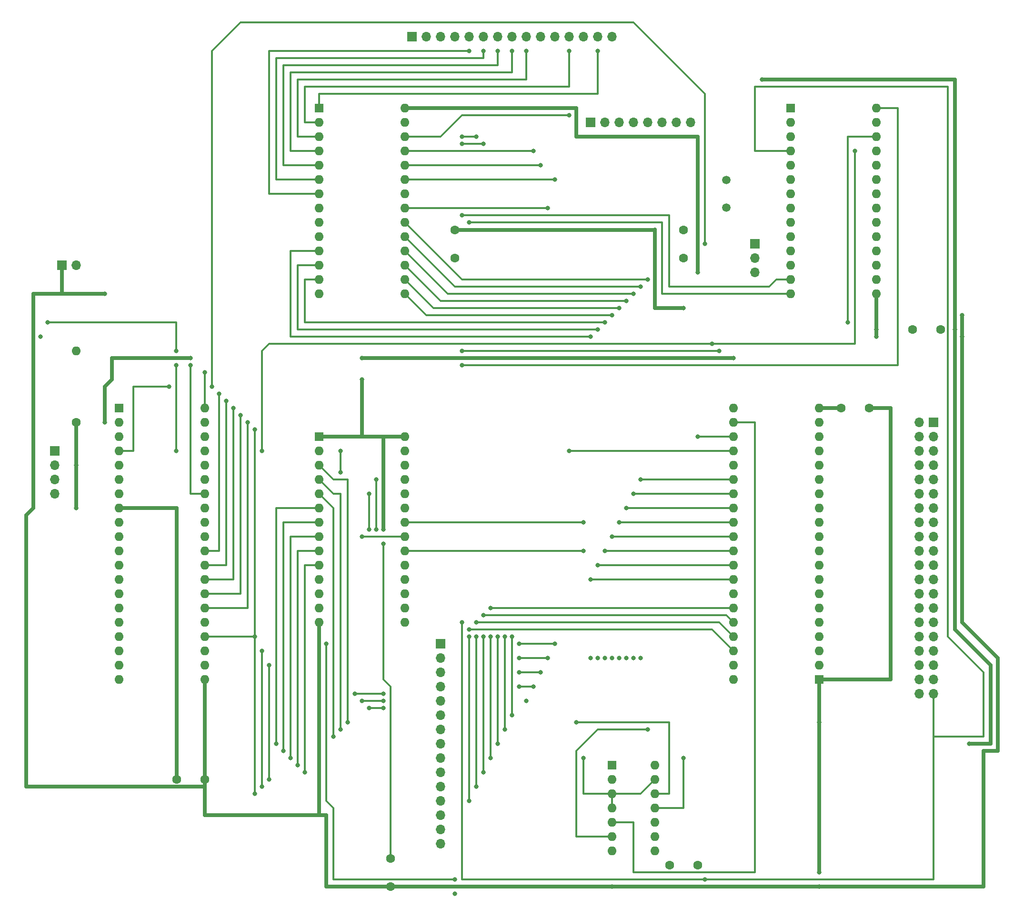
<source format=gbr>
%TF.GenerationSoftware,KiCad,Pcbnew,(6.0.9)*%
%TF.CreationDate,2022-12-08T08:54:28-05:00*%
%TF.ProjectId,6502_4,36353032-5f34-42e6-9b69-6361645f7063,rev?*%
%TF.SameCoordinates,Original*%
%TF.FileFunction,Copper,L2,Bot*%
%TF.FilePolarity,Positive*%
%FSLAX46Y46*%
G04 Gerber Fmt 4.6, Leading zero omitted, Abs format (unit mm)*
G04 Created by KiCad (PCBNEW (6.0.9)) date 2022-12-08 08:54:28*
%MOMM*%
%LPD*%
G01*
G04 APERTURE LIST*
%TA.AperFunction,ComponentPad*%
%ADD10R,1.700000X1.700000*%
%TD*%
%TA.AperFunction,ComponentPad*%
%ADD11O,1.700000X1.700000*%
%TD*%
%TA.AperFunction,ComponentPad*%
%ADD12C,1.600000*%
%TD*%
%TA.AperFunction,ComponentPad*%
%ADD13R,1.600000X1.600000*%
%TD*%
%TA.AperFunction,ComponentPad*%
%ADD14O,1.600000X1.600000*%
%TD*%
%TA.AperFunction,ComponentPad*%
%ADD15C,1.500000*%
%TD*%
%TA.AperFunction,ViaPad*%
%ADD16C,0.800000*%
%TD*%
%TA.AperFunction,Conductor*%
%ADD17C,0.300000*%
%TD*%
%TA.AperFunction,Conductor*%
%ADD18C,0.700000*%
%TD*%
%TA.AperFunction,Conductor*%
%ADD19C,0.200000*%
%TD*%
G04 APERTURE END LIST*
D10*
%TO.P,D DATA LINES,0*%
%TO.N,N/C*%
X116840000Y-30480000D03*
D11*
%TO.P,D DATA LINES,1*%
X119380000Y-30480000D03*
%TO.P,D DATA LINES,2*%
X121920000Y-30480000D03*
%TO.P,D DATA LINES,3*%
X124460000Y-30480000D03*
%TO.P,D DATA LINES,4*%
X127000000Y-30480000D03*
%TO.P,D DATA LINES,5*%
X129540000Y-30480000D03*
%TO.P,D DATA LINES,6*%
X132080000Y-30480000D03*
%TO.P,D DATA LINES,7*%
X134620000Y-30480000D03*
%TD*%
D12*
%TO.P,0.01uf,1*%
%TO.N,N/C*%
X166330000Y-81280000D03*
%TO.P,0.01uf,2*%
X161330000Y-81280000D03*
%TD*%
D13*
%TO.P,6551,1*%
%TO.N,N/C*%
X152395000Y-27950000D03*
D14*
%TO.P,6551,2*%
X152395000Y-30490000D03*
%TO.P,6551,3*%
X152395000Y-33030000D03*
%TO.P,6551,4*%
X152395000Y-35570000D03*
%TO.P,6551,5*%
X152395000Y-38110000D03*
%TO.P,6551,6*%
X152395000Y-40650000D03*
%TO.P,6551,7*%
X152395000Y-43190000D03*
%TO.P,6551,8*%
X152395000Y-45730000D03*
%TO.P,6551,9*%
X152395000Y-48270000D03*
%TO.P,6551,10*%
X152395000Y-50810000D03*
%TO.P,6551,11*%
X152395000Y-53350000D03*
%TO.P,6551,12*%
X152395000Y-55890000D03*
%TO.P,6551,13*%
X152395000Y-58430000D03*
%TO.P,6551,14*%
X152395000Y-60970000D03*
%TO.P,6551,15*%
X167635000Y-60970000D03*
%TO.P,6551,16*%
X167635000Y-58430000D03*
%TO.P,6551,17*%
X167635000Y-55890000D03*
%TO.P,6551,18*%
X167635000Y-53350000D03*
%TO.P,6551,19*%
X167635000Y-50810000D03*
%TO.P,6551,20*%
X167635000Y-48270000D03*
%TO.P,6551,21*%
X167635000Y-45730000D03*
%TO.P,6551,22*%
X167635000Y-43190000D03*
%TO.P,6551,23*%
X167635000Y-40650000D03*
%TO.P,6551,24*%
X167635000Y-38110000D03*
%TO.P,6551,25*%
X167635000Y-35570000D03*
%TO.P,6551,26*%
X167635000Y-33030000D03*
%TO.P,6551,27*%
X167635000Y-30490000D03*
%TO.P,6551,28*%
X167635000Y-27950000D03*
%TD*%
D10*
%TO.P,JP1,1*%
%TO.N,N/C*%
X146050000Y-52070000D03*
D11*
%TO.P,JP1,2*%
X146050000Y-54610000D03*
%TO.P,JP1,3*%
X146050000Y-57150000D03*
%TD*%
D13*
%TO.P,74HC132N,1*%
%TO.N,N/C*%
X120660000Y-144775000D03*
D14*
%TO.P,74HC132N,2*%
X120660000Y-147315000D03*
%TO.P,74HC132N,3*%
X120660000Y-149855000D03*
%TO.P,74HC132N,4*%
X120660000Y-152395000D03*
%TO.P,74HC132N,5*%
X120660000Y-154935000D03*
%TO.P,74HC132N,6*%
X120660000Y-157475000D03*
%TO.P,74HC132N,7*%
X120660000Y-160015000D03*
%TO.P,74HC132N,8*%
X128280000Y-160015000D03*
%TO.P,74HC132N,9*%
X128280000Y-157475000D03*
%TO.P,74HC132N,10*%
X128280000Y-154935000D03*
%TO.P,74HC132N,11*%
X128280000Y-152395000D03*
%TO.P,74HC132N,12*%
X128280000Y-149855000D03*
%TO.P,74HC132N,13*%
X128280000Y-147315000D03*
%TO.P,74HC132N,14*%
X128280000Y-144775000D03*
%TD*%
D10*
%TO.P,POWER HEADER,1*%
%TO.N,N/C*%
X22860000Y-55880000D03*
D11*
%TO.P,POWER HEADER,2*%
X25400000Y-55880000D03*
%TD*%
D12*
%TO.P,0.01uf,1*%
%TO.N,N/C*%
X92710000Y-54570000D03*
%TO.P,0.01uf,2*%
X92710000Y-49570000D03*
%TD*%
D10*
%TO.P,JW1,1*%
%TO.N,N/C*%
X21590000Y-88900000D03*
D11*
%TO.P,JW1,2*%
X21590000Y-91440000D03*
%TO.P,JW1,3*%
X21590000Y-93980000D03*
%TO.P,JW1,4*%
X21590000Y-96520000D03*
%TD*%
D12*
%TO.P,0.01uf,1*%
%TO.N,N/C*%
X179030000Y-67310000D03*
%TO.P,0.01uf,2*%
X174030000Y-67310000D03*
%TD*%
D13*
%TO.P,AM27c256,1*%
%TO.N,N/C*%
X68575000Y-86370000D03*
D14*
%TO.P,AM27c256,2*%
X68575000Y-88910000D03*
%TO.P,AM27c256,3*%
X68575000Y-91450000D03*
%TO.P,AM27c256,4*%
X68575000Y-93990000D03*
%TO.P,AM27c256,5*%
X68575000Y-96530000D03*
%TO.P,AM27c256,6*%
X68575000Y-99070000D03*
%TO.P,AM27c256,7*%
X68575000Y-101610000D03*
%TO.P,AM27c256,8*%
X68575000Y-104150000D03*
%TO.P,AM27c256,9*%
X68575000Y-106690000D03*
%TO.P,AM27c256,10*%
X68575000Y-109230000D03*
%TO.P,AM27c256,11*%
X68575000Y-111770000D03*
%TO.P,AM27c256,12*%
X68575000Y-114310000D03*
%TO.P,AM27c256,13*%
X68575000Y-116850000D03*
%TO.P,AM27c256,14*%
X68575000Y-119390000D03*
%TO.P,AM27c256,15*%
X83815000Y-119390000D03*
%TO.P,AM27c256,16*%
X83815000Y-116850000D03*
%TO.P,AM27c256,17*%
X83815000Y-114310000D03*
%TO.P,AM27c256,18*%
X83815000Y-111770000D03*
%TO.P,AM27c256,19*%
X83815000Y-109230000D03*
%TO.P,AM27c256,20*%
X83815000Y-106690000D03*
%TO.P,AM27c256,21*%
X83815000Y-104150000D03*
%TO.P,AM27c256,22*%
X83815000Y-101610000D03*
%TO.P,AM27c256,23*%
X83815000Y-99070000D03*
%TO.P,AM27c256,24*%
X83815000Y-96530000D03*
%TO.P,AM27c256,25*%
X83815000Y-93990000D03*
%TO.P,AM27c256,26*%
X83815000Y-91450000D03*
%TO.P,AM27c256,27*%
X83815000Y-88910000D03*
%TO.P,AM27c256,28*%
X83815000Y-86370000D03*
%TD*%
D12*
%TO.P,27pf,1*%
%TO.N,N/C*%
X133350000Y-54610000D03*
%TO.P,27pf,2*%
X133350000Y-49610000D03*
%TD*%
%TO.P,R1,1*%
%TO.N,N/C*%
X25400000Y-83820000D03*
D14*
%TO.P,R1,2*%
X25400000Y-71120000D03*
%TD*%
D12*
%TO.P,0.01uf,1*%
%TO.N,N/C*%
X135850000Y-162560000D03*
%TO.P,0.01uf,2*%
X130850000Y-162560000D03*
%TD*%
D13*
%TO.P,KM62256CLP,1*%
%TO.N,N/C*%
X68580000Y-27940000D03*
D14*
%TO.P,KM62256CLP,2*%
X68580000Y-30480000D03*
%TO.P,KM62256CLP,3*%
X68580000Y-33020000D03*
%TO.P,KM62256CLP,4*%
X68580000Y-35560000D03*
%TO.P,KM62256CLP,5*%
X68580000Y-38100000D03*
%TO.P,KM62256CLP,6*%
X68580000Y-40640000D03*
%TO.P,KM62256CLP,7*%
X68580000Y-43180000D03*
%TO.P,KM62256CLP,8*%
X68580000Y-45720000D03*
%TO.P,KM62256CLP,9*%
X68580000Y-48260000D03*
%TO.P,KM62256CLP,10*%
X68580000Y-50800000D03*
%TO.P,KM62256CLP,11*%
X68580000Y-53340000D03*
%TO.P,KM62256CLP,12*%
X68580000Y-55880000D03*
%TO.P,KM62256CLP,13*%
X68580000Y-58420000D03*
%TO.P,KM62256CLP,14*%
X68580000Y-60960000D03*
%TO.P,KM62256CLP,15*%
X83820000Y-60960000D03*
%TO.P,KM62256CLP,16*%
X83820000Y-58420000D03*
%TO.P,KM62256CLP,17*%
X83820000Y-55880000D03*
%TO.P,KM62256CLP,18*%
X83820000Y-53340000D03*
%TO.P,KM62256CLP,19*%
X83820000Y-50800000D03*
%TO.P,KM62256CLP,20*%
X83820000Y-48260000D03*
%TO.P,KM62256CLP,21*%
X83820000Y-45720000D03*
%TO.P,KM62256CLP,22*%
X83820000Y-43180000D03*
%TO.P,KM62256CLP,23*%
X83820000Y-40640000D03*
%TO.P,KM62256CLP,24*%
X83820000Y-38100000D03*
%TO.P,KM62256CLP,25*%
X83820000Y-35560000D03*
%TO.P,KM62256CLP,26*%
X83820000Y-33020000D03*
%TO.P,KM62256CLP,27*%
X83820000Y-30480000D03*
%TO.P,KM62256CLP,28*%
X83820000Y-27940000D03*
%TD*%
D13*
%TO.P,W65C02,1*%
%TO.N,N/C*%
X33020000Y-81275000D03*
D14*
%TO.P,W65C02,2*%
X33020000Y-83815000D03*
%TO.P,W65C02,3*%
X33020000Y-86355000D03*
%TO.P,W65C02,4*%
X33020000Y-88895000D03*
%TO.P,W65C02,5*%
X33020000Y-91435000D03*
%TO.P,W65C02,6*%
X33020000Y-93975000D03*
%TO.P,W65C02,7*%
X33020000Y-96515000D03*
%TO.P,W65C02,8*%
X33020000Y-99055000D03*
%TO.P,W65C02,9*%
X33020000Y-101595000D03*
%TO.P,W65C02,10*%
X33020000Y-104135000D03*
%TO.P,W65C02,11*%
X33020000Y-106675000D03*
%TO.P,W65C02,12*%
X33020000Y-109215000D03*
%TO.P,W65C02,13*%
X33020000Y-111755000D03*
%TO.P,W65C02,14*%
X33020000Y-114295000D03*
%TO.P,W65C02,15*%
X33020000Y-116835000D03*
%TO.P,W65C02,16*%
X33020000Y-119375000D03*
%TO.P,W65C02,17*%
X33020000Y-121915000D03*
%TO.P,W65C02,18*%
X33020000Y-124455000D03*
%TO.P,W65C02,19*%
X33020000Y-126995000D03*
%TO.P,W65C02,20*%
X33020000Y-129535000D03*
%TO.P,W65C02,21*%
X48260000Y-129535000D03*
%TO.P,W65C02,22*%
X48260000Y-126995000D03*
%TO.P,W65C02,23*%
X48260000Y-124455000D03*
%TO.P,W65C02,24*%
X48260000Y-121915000D03*
%TO.P,W65C02,25*%
X48260000Y-119375000D03*
%TO.P,W65C02,26*%
X48260000Y-116835000D03*
%TO.P,W65C02,27*%
X48260000Y-114295000D03*
%TO.P,W65C02,28*%
X48260000Y-111755000D03*
%TO.P,W65C02,29*%
X48260000Y-109215000D03*
%TO.P,W65C02,30*%
X48260000Y-106675000D03*
%TO.P,W65C02,31*%
X48260000Y-104135000D03*
%TO.P,W65C02,32*%
X48260000Y-101595000D03*
%TO.P,W65C02,33*%
X48260000Y-99055000D03*
%TO.P,W65C02,34*%
X48260000Y-96515000D03*
%TO.P,W65C02,35*%
X48260000Y-93975000D03*
%TO.P,W65C02,36*%
X48260000Y-91435000D03*
%TO.P,W65C02,37*%
X48260000Y-88895000D03*
%TO.P,W65C02,38*%
X48260000Y-86355000D03*
%TO.P,W65C02,39*%
X48260000Y-83815000D03*
%TO.P,W65C02,40*%
X48260000Y-81275000D03*
%TD*%
D10*
%TO.P,40 PIN,1*%
%TO.N,N/C*%
X177800000Y-83820000D03*
D11*
%TO.P,40 PIN,2*%
X175260000Y-83820000D03*
%TO.P,40 PIN,3*%
X177800000Y-86360000D03*
%TO.P,40 PIN,4*%
X175260000Y-86360000D03*
%TO.P,40 PIN,5*%
X177800000Y-88900000D03*
%TO.P,40 PIN,6*%
X175260000Y-88900000D03*
%TO.P,40 PIN,7*%
X177800000Y-91440000D03*
%TO.P,40 PIN,8*%
X175260000Y-91440000D03*
%TO.P,40 PIN,9*%
X177800000Y-93980000D03*
%TO.P,40 PIN,10*%
X175260000Y-93980000D03*
%TO.P,40 PIN,11*%
X177800000Y-96520000D03*
%TO.P,40 PIN,12*%
X175260000Y-96520000D03*
%TO.P,40 PIN,13*%
X177800000Y-99060000D03*
%TO.P,40 PIN,14*%
X175260000Y-99060000D03*
%TO.P,40 PIN,15*%
X177800000Y-101600000D03*
%TO.P,40 PIN,16*%
X175260000Y-101600000D03*
%TO.P,40 PIN,17*%
X177800000Y-104140000D03*
%TO.P,40 PIN,18*%
X175260000Y-104140000D03*
%TO.P,40 PIN,19*%
X177800000Y-106680000D03*
%TO.P,40 PIN,20*%
X175260000Y-106680000D03*
%TO.P,40 PIN,21*%
X177800000Y-109220000D03*
%TO.P,40 PIN,22*%
X175260000Y-109220000D03*
%TO.P,40 PIN,23*%
X177800000Y-111760000D03*
%TO.P,40 PIN,24*%
X175260000Y-111760000D03*
%TO.P,40 PIN,25*%
X177800000Y-114300000D03*
%TO.P,40 PIN,26*%
X175260000Y-114300000D03*
%TO.P,40 PIN,27*%
X177800000Y-116840000D03*
%TO.P,40 PIN,28*%
X175260000Y-116840000D03*
%TO.P,40 PIN,29*%
X177800000Y-119380000D03*
%TO.P,40 PIN,30*%
X175260000Y-119380000D03*
%TO.P,40 PIN,31*%
X177800000Y-121920000D03*
%TO.P,40 PIN,32*%
X175260000Y-121920000D03*
%TO.P,40 PIN,33*%
X177800000Y-124460000D03*
%TO.P,40 PIN,34*%
X175260000Y-124460000D03*
%TO.P,40 PIN,35*%
X177800000Y-127000000D03*
%TO.P,40 PIN,36*%
X175260000Y-127000000D03*
%TO.P,40 PIN,37*%
X177800000Y-129540000D03*
%TO.P,40 PIN,38*%
X175260000Y-129540000D03*
%TO.P,40 PIN,39*%
X177800000Y-132080000D03*
%TO.P,40 PIN,40*%
X175260000Y-132080000D03*
%TD*%
D13*
%TO.P,W65C02,1*%
%TO.N,N/C*%
X157485000Y-129535000D03*
D14*
%TO.P,W65C02,2*%
X157485000Y-126995000D03*
%TO.P,W65C02,3*%
X157485000Y-124455000D03*
%TO.P,W65C02,4*%
X157485000Y-121915000D03*
%TO.P,W65C02,5*%
X157485000Y-119375000D03*
%TO.P,W65C02,6*%
X157485000Y-116835000D03*
%TO.P,W65C02,7*%
X157485000Y-114295000D03*
%TO.P,W65C02,8*%
X157485000Y-111755000D03*
%TO.P,W65C02,9*%
X157485000Y-109215000D03*
%TO.P,W65C02,10*%
X157485000Y-106675000D03*
%TO.P,W65C02,11*%
X157485000Y-104135000D03*
%TO.P,W65C02,12*%
X157485000Y-101595000D03*
%TO.P,W65C02,13*%
X157485000Y-99055000D03*
%TO.P,W65C02,14*%
X157485000Y-96515000D03*
%TO.P,W65C02,15*%
X157485000Y-93975000D03*
%TO.P,W65C02,16*%
X157485000Y-91435000D03*
%TO.P,W65C02,17*%
X157485000Y-88895000D03*
%TO.P,W65C02,18*%
X157485000Y-86355000D03*
%TO.P,W65C02,19*%
X157485000Y-83815000D03*
%TO.P,W65C02,20*%
X157485000Y-81275000D03*
%TO.P,W65C02,21*%
X142245000Y-81275000D03*
%TO.P,W65C02,22*%
X142245000Y-83815000D03*
%TO.P,W65C02,23*%
X142245000Y-86355000D03*
%TO.P,W65C02,24*%
X142245000Y-88895000D03*
%TO.P,W65C02,25*%
X142245000Y-91435000D03*
%TO.P,W65C02,26*%
X142245000Y-93975000D03*
%TO.P,W65C02,27*%
X142245000Y-96515000D03*
%TO.P,W65C02,28*%
X142245000Y-99055000D03*
%TO.P,W65C02,29*%
X142245000Y-101595000D03*
%TO.P,W65C02,30*%
X142245000Y-104135000D03*
%TO.P,W65C02,31*%
X142245000Y-106675000D03*
%TO.P,W65C02,32*%
X142245000Y-109215000D03*
%TO.P,W65C02,33*%
X142245000Y-111755000D03*
%TO.P,W65C02,34*%
X142245000Y-114295000D03*
%TO.P,W65C02,35*%
X142245000Y-116835000D03*
%TO.P,W65C02,36*%
X142245000Y-119375000D03*
%TO.P,W65C02,37*%
X142245000Y-121915000D03*
%TO.P,W65C02,38*%
X142245000Y-124455000D03*
%TO.P,W65C02,39*%
X142245000Y-126995000D03*
%TO.P,W65C02,40*%
X142245000Y-129535000D03*
%TD*%
D12*
%TO.P,0.01uf,1*%
%TO.N,N/C*%
X81280000Y-166330000D03*
%TO.P,0.01uf,2*%
X81280000Y-161330000D03*
%TD*%
D11*
%TO.P,A DATA UNSORTED LINES,0*%
%TO.N,N/C*%
X90170000Y-151130000D03*
%TO.P,A DATA UNSORTED LINES,1*%
X90170000Y-148590000D03*
%TO.P,A DATA UNSORTED LINES,2*%
X90170000Y-146050000D03*
%TO.P,A DATA UNSORTED LINES,3*%
X90170000Y-143510000D03*
%TO.P,A DATA UNSORTED LINES,4*%
X90170000Y-140970000D03*
%TO.P,A DATA UNSORTED LINES,5*%
X90170000Y-138430000D03*
%TO.P,A DATA UNSORTED LINES,6*%
X90170000Y-135890000D03*
%TO.P,A DATA UNSORTED LINES,7*%
X90170000Y-133350000D03*
%TO.P,A DATA UNSORTED LINES,8*%
X90170000Y-130810000D03*
%TO.P,A DATA UNSORTED LINES,9*%
X90170000Y-128270000D03*
%TO.P,A DATA UNSORTED LINES,10*%
X90170000Y-125730000D03*
D10*
%TO.P,A DATA UNSORTED LINES,11*%
X90170000Y-123190000D03*
D11*
%TO.P,A DATA UNSORTED LINES,12*%
X90170000Y-153670000D03*
%TO.P,A DATA UNSORTED LINES,13*%
X90170000Y-156210000D03*
%TO.P,A DATA UNSORTED LINES,14*%
X90170000Y-158750000D03*
%TD*%
D15*
%TO.P,1.8432M,1*%
%TO.N,N/C*%
X140970000Y-45630000D03*
%TO.P,1.8432M,2*%
X140970000Y-40730000D03*
%TD*%
D12*
%TO.P,0.01uf,1*%
%TO.N,N/C*%
X48220000Y-147320000D03*
%TO.P,0.01uf,2*%
X43220000Y-147320000D03*
%TD*%
D10*
%TO.P,A DATA LINES,0*%
%TO.N,N/C*%
X85095000Y-15240000D03*
D11*
%TO.P,A DATA LINES,1*%
X87635000Y-15240000D03*
%TO.P,A DATA LINES,2*%
X90175000Y-15240000D03*
%TO.P,A DATA LINES,3*%
X92715000Y-15240000D03*
%TO.P,A DATA LINES,4*%
X95255000Y-15240000D03*
%TO.P,A DATA LINES,5*%
X97795000Y-15240000D03*
%TO.P,A DATA LINES,6*%
X100335000Y-15240000D03*
%TO.P,A DATA LINES,7*%
X102875000Y-15240000D03*
%TO.P,A DATA LINES,8*%
X105415000Y-15240000D03*
%TO.P,A DATA LINES,9*%
X107955000Y-15240000D03*
%TO.P,A DATA LINES,10*%
X110495000Y-15240000D03*
%TO.P,A DATA LINES,11*%
X113035000Y-15240000D03*
%TO.P,A DATA LINES,12*%
X115575000Y-15240000D03*
%TO.P,A DATA LINES,13*%
X118115000Y-15240000D03*
%TO.P,A DATA LINES,14*%
X120655000Y-15240000D03*
%TD*%
D16*
%TO.N,*%
X93980000Y-119380000D03*
X120650000Y-125730000D03*
X52070000Y-80010000D03*
X20320000Y-66040000D03*
X77460000Y-96530000D03*
X125730000Y-125730000D03*
X106680000Y-130810000D03*
X137160000Y-165100000D03*
X43180000Y-71120000D03*
X97790000Y-146050000D03*
X101600000Y-138430000D03*
X119380000Y-106680000D03*
X54610000Y-82550000D03*
X120650000Y-104140000D03*
X138430000Y-69850000D03*
X127000000Y-58420000D03*
X104140000Y-125730000D03*
X118112500Y-17782500D03*
X30480000Y-83820000D03*
X25400000Y-91440000D03*
X100330000Y-121920000D03*
X99060000Y-143510000D03*
X102870000Y-121920000D03*
X80010000Y-134620000D03*
X116840000Y-111760000D03*
X102870000Y-17780000D03*
X115570000Y-106680000D03*
X76200000Y-104140000D03*
X133350000Y-143510000D03*
X69850000Y-123190000D03*
X41910000Y-77470000D03*
X62230000Y-142240000D03*
X97790000Y-121920000D03*
X106680000Y-35560000D03*
X113032500Y-17782500D03*
X80010000Y-132080000D03*
X105410000Y-17780000D03*
X97792500Y-17777500D03*
X119380000Y-125730000D03*
X53340000Y-81280000D03*
X97790000Y-34290000D03*
X182880000Y-68580000D03*
X93980000Y-73660000D03*
X157480000Y-137160000D03*
X96520000Y-33020000D03*
X64770000Y-144780000D03*
X96520000Y-119380000D03*
X135890000Y-57150000D03*
X55880000Y-83820000D03*
X93980000Y-33020000D03*
X133350000Y-63500000D03*
X109220000Y-45720000D03*
X107950000Y-128270000D03*
X118110000Y-109220000D03*
X110490000Y-123190000D03*
X93980000Y-46990000D03*
X127000000Y-138430000D03*
X104140000Y-123190000D03*
X101600000Y-121920000D03*
X77470000Y-102870000D03*
X48260000Y-74930000D03*
X124460000Y-96520000D03*
X99060000Y-116840000D03*
X80010000Y-133350000D03*
X157480000Y-166370000D03*
X92710000Y-167640000D03*
X162560000Y-66040000D03*
X25400000Y-99060000D03*
X107955000Y-38100000D03*
X58420000Y-148590000D03*
X72390000Y-92710000D03*
X135890000Y-86360000D03*
X124460000Y-125730000D03*
X59695000Y-126995000D03*
X102870000Y-135890000D03*
X66040000Y-146050000D03*
X116840000Y-68580000D03*
X45720000Y-72390000D03*
X80010000Y-105410000D03*
X71120000Y-139700000D03*
X95252500Y-17777500D03*
X105410000Y-133350000D03*
X43180000Y-88900000D03*
X167640000Y-68580000D03*
X147320000Y-22860000D03*
X95250000Y-151130000D03*
X57150000Y-121920000D03*
X57150000Y-149860000D03*
X119380000Y-66040000D03*
X45720000Y-73660000D03*
X121920000Y-101600000D03*
X93980000Y-71120000D03*
X77470000Y-134620000D03*
X60960000Y-140970000D03*
X106680000Y-130810000D03*
X124460000Y-60960000D03*
X110490000Y-40640000D03*
X96520000Y-148590000D03*
X95250000Y-121920000D03*
X125730000Y-93980000D03*
X118110000Y-67310000D03*
X50800000Y-78740000D03*
X99060000Y-121920000D03*
X123190000Y-62230000D03*
X120650000Y-166370000D03*
X123190000Y-99060000D03*
X114300000Y-137160000D03*
X78740000Y-102870000D03*
X157480000Y-163830000D03*
X118110000Y-125730000D03*
X109220000Y-125730000D03*
X95250000Y-120650000D03*
X93980000Y-34290000D03*
X95250000Y-48260000D03*
X76200000Y-133350000D03*
X74930000Y-132080000D03*
X104140000Y-130810000D03*
X167640000Y-67310000D03*
X73660000Y-137160000D03*
X30480000Y-60960000D03*
X181610000Y-67310000D03*
X182880000Y-64770000D03*
X43180000Y-73660000D03*
X121920000Y-63500000D03*
X137160000Y-165100000D03*
X19050000Y-68580000D03*
X113030000Y-29210000D03*
X100332500Y-17777500D03*
X100330000Y-140970000D03*
X142240000Y-72390000D03*
X137160000Y-52070000D03*
X97790000Y-118110000D03*
X92710000Y-165100000D03*
X163830000Y-35560000D03*
X116840000Y-125730000D03*
X76200000Y-72390000D03*
X125730000Y-59690000D03*
X115570000Y-101600000D03*
X76200000Y-76200000D03*
X113030000Y-88900000D03*
X49530000Y-77470000D03*
X184150000Y-140970000D03*
X115570000Y-143510000D03*
X57150000Y-85090000D03*
X78730000Y-93990000D03*
X72390000Y-88900000D03*
X80010000Y-102870000D03*
X121920000Y-125730000D03*
X123190000Y-125730000D03*
X63500000Y-143510000D03*
X96520000Y-121920000D03*
X59695000Y-147315000D03*
X139700000Y-71120000D03*
X72390000Y-138430000D03*
X120650000Y-64770000D03*
X58425000Y-124455000D03*
X58420000Y-88900000D03*
X104140000Y-128270000D03*
%TD*%
D17*
%TO.N,*%
X80010000Y-129540000D02*
X81280000Y-130810000D01*
X162570000Y-33030000D02*
X162560000Y-33020000D01*
X120655000Y-104135000D02*
X120650000Y-104140000D01*
X142245000Y-93975000D02*
X125735000Y-93975000D01*
X115570000Y-149860000D02*
X115575000Y-149855000D01*
D18*
X161325000Y-81275000D02*
X161330000Y-81280000D01*
D17*
X146050000Y-154940000D02*
X146050000Y-83820000D01*
X95250000Y-120650000D02*
X138430000Y-120650000D01*
X83820000Y-50800000D02*
X92710000Y-59690000D01*
X104140000Y-130810000D02*
X106680000Y-130810000D01*
D18*
X80020000Y-86370000D02*
X83815000Y-86370000D01*
D17*
X110490000Y-123190000D02*
X104140000Y-123190000D01*
D18*
X184150000Y-140970000D02*
X187960000Y-140970000D01*
D17*
X109220000Y-125730000D02*
X104140000Y-125730000D01*
X100332500Y-17777500D02*
X100330000Y-17780000D01*
X64770000Y-33020000D02*
X68580000Y-33020000D01*
X68575000Y-91450000D02*
X71105000Y-93980000D01*
X97792500Y-17777500D02*
X97790000Y-17780000D01*
X66040000Y-24130000D02*
X66040000Y-30480000D01*
X64770000Y-22860000D02*
X64770000Y-33020000D01*
D18*
X189230000Y-125730000D02*
X182880000Y-119380000D01*
D17*
X64770000Y-55880000D02*
X64770000Y-67310000D01*
X93980000Y-71120000D02*
X139700000Y-71120000D01*
X177800000Y-139700000D02*
X186690000Y-139700000D01*
X68575000Y-96530000D02*
X71105000Y-99060000D01*
X78730000Y-93990000D02*
X78740000Y-94000000D01*
X130810000Y-46990000D02*
X93980000Y-46990000D01*
D18*
X80020000Y-102860000D02*
X80010000Y-102870000D01*
D17*
X167635000Y-33030000D02*
X162570000Y-33030000D01*
X125735000Y-149860000D02*
X125730000Y-149860000D01*
X45720000Y-96520000D02*
X45720000Y-73660000D01*
X63500000Y-53340000D02*
X63500000Y-68580000D01*
X149850000Y-58430000D02*
X148590000Y-59690000D01*
X177800000Y-139700000D02*
X177800000Y-165100000D01*
D18*
X69850000Y-153670000D02*
X69850000Y-160020000D01*
D17*
X64770000Y-106680000D02*
X64770000Y-144780000D01*
D18*
X22860000Y-60960000D02*
X22860000Y-55880000D01*
D17*
X107955000Y-38100000D02*
X83820000Y-38100000D01*
D18*
X76200000Y-86360000D02*
X76200000Y-76200000D01*
D17*
X140980000Y-120650000D02*
X142245000Y-121915000D01*
X114305000Y-157475000D02*
X120660000Y-157475000D01*
D18*
X17780000Y-60960000D02*
X17780000Y-99060000D01*
D17*
X71105000Y-93980000D02*
X73660000Y-93980000D01*
X148590000Y-59690000D02*
X130810000Y-59690000D01*
X115570000Y-143510000D02*
X115570000Y-149860000D01*
D18*
X25400000Y-83820000D02*
X25400000Y-99060000D01*
D17*
X66040000Y-58420000D02*
X66040000Y-66040000D01*
D18*
X187960000Y-127000000D02*
X181610000Y-120650000D01*
D17*
X48260000Y-81275000D02*
X48260000Y-74930000D01*
X142245000Y-104135000D02*
X120655000Y-104135000D01*
X54605000Y-114295000D02*
X54610000Y-114300000D01*
X180340000Y-24130000D02*
X146050000Y-24130000D01*
X113032500Y-17782500D02*
X113032500Y-24127500D01*
X119385000Y-106675000D02*
X119380000Y-106680000D01*
D18*
X43220000Y-99060000D02*
X43220000Y-147320000D01*
X16510000Y-148590000D02*
X48260000Y-148590000D01*
D17*
X115560000Y-101610000D02*
X115570000Y-101600000D01*
X35560000Y-88900000D02*
X35560000Y-77470000D01*
D18*
X128230000Y-49570000D02*
X128270000Y-49530000D01*
D17*
X92710000Y-59690000D02*
X125730000Y-59690000D01*
X78740000Y-94000000D02*
X78740000Y-102870000D01*
X66040000Y-109220000D02*
X66040000Y-146050000D01*
X142245000Y-111755000D02*
X116845000Y-111755000D01*
X95250000Y-17780000D02*
X59690000Y-17780000D01*
X118115000Y-109215000D02*
X118110000Y-109220000D01*
X57145000Y-121915000D02*
X57150000Y-121920000D01*
X116845000Y-111755000D02*
X116840000Y-111760000D01*
X96520000Y-33020000D02*
X93980000Y-33020000D01*
D18*
X157485000Y-129535000D02*
X157485000Y-163825000D01*
D17*
X58420000Y-148590000D02*
X58420000Y-124460000D01*
D18*
X186690000Y-166370000D02*
X186690000Y-142240000D01*
D17*
X140970000Y-120650000D02*
X140980000Y-120650000D01*
X102870000Y-135890000D02*
X102870000Y-121920000D01*
D18*
X157485000Y-163825000D02*
X157480000Y-163830000D01*
D17*
X152395000Y-60970000D02*
X129550000Y-60970000D01*
X146050000Y-35560000D02*
X146060000Y-35570000D01*
X48260000Y-114295000D02*
X54605000Y-114295000D01*
X130810000Y-59690000D02*
X130810000Y-46990000D01*
X115570000Y-106680000D02*
X115560000Y-106690000D01*
X102870000Y-17780000D02*
X102870000Y-21590000D01*
X142245000Y-88895000D02*
X113035000Y-88895000D01*
X105410000Y-22860000D02*
X64770000Y-22860000D01*
X93980000Y-58420000D02*
X127000000Y-58420000D01*
D18*
X17780000Y-99060000D02*
X16510000Y-100330000D01*
D17*
X133350000Y-152400000D02*
X133350000Y-143510000D01*
X68575000Y-104150000D02*
X63510000Y-104150000D01*
X57150000Y-121920000D02*
X57150000Y-149860000D01*
X129540000Y-60960000D02*
X129540000Y-48260000D01*
X97790000Y-146050000D02*
X97790000Y-121920000D01*
X125730000Y-149860000D02*
X125725000Y-149855000D01*
D18*
X48260000Y-129535000D02*
X48260000Y-153670000D01*
D17*
X146060000Y-35570000D02*
X152395000Y-35570000D01*
X146050000Y-154940000D02*
X146045000Y-154935000D01*
X114300000Y-157480000D02*
X114305000Y-157475000D01*
X177800000Y-165100000D02*
X138430000Y-165100000D01*
D18*
X128270000Y-49530000D02*
X128270000Y-63500000D01*
D17*
X128280000Y-147315000D02*
X125735000Y-149860000D01*
X66040000Y-66040000D02*
X119380000Y-66040000D01*
X71105000Y-99060000D02*
X71120000Y-99060000D01*
X142245000Y-86355000D02*
X135895000Y-86355000D01*
X118112500Y-17782500D02*
X118112500Y-25397500D01*
X48260000Y-96515000D02*
X45725000Y-96515000D01*
X142245000Y-99055000D02*
X123195000Y-99055000D01*
D18*
X30480000Y-60960000D02*
X22860000Y-60960000D01*
X16510000Y-100330000D02*
X16510000Y-148590000D01*
D17*
X83820000Y-33020000D02*
X90170000Y-33020000D01*
X59690000Y-69850000D02*
X138430000Y-69850000D01*
X68580000Y-25400000D02*
X68580000Y-27940000D01*
X59690000Y-43180000D02*
X68580000Y-43180000D01*
X71120000Y-99060000D02*
X71120000Y-139700000D01*
X72390000Y-88900000D02*
X72390000Y-92710000D01*
D18*
X30480000Y-77470000D02*
X31750000Y-76200000D01*
D17*
X130810000Y-149855000D02*
X128280000Y-149855000D01*
X83820000Y-60960000D02*
X87630000Y-64770000D01*
X35555000Y-88895000D02*
X35560000Y-88900000D01*
X99060000Y-143510000D02*
X99060000Y-121920000D01*
X90170000Y-33020000D02*
X93980000Y-29210000D01*
D18*
X114300000Y-33020000D02*
X135890000Y-33020000D01*
D17*
X180340000Y-121920000D02*
X180340000Y-24130000D01*
D18*
X69850000Y-166370000D02*
X81280000Y-166370000D01*
D17*
X63500000Y-35560000D02*
X68580000Y-35560000D01*
D19*
X76200000Y-104140000D02*
X76210000Y-104150000D01*
D17*
X68580000Y-55880000D02*
X64770000Y-55880000D01*
X69850000Y-151130000D02*
X71120000Y-152400000D01*
X125735000Y-93975000D02*
X125730000Y-93980000D01*
X163830000Y-69850000D02*
X163830000Y-35560000D01*
D18*
X31750000Y-72390000D02*
X45720000Y-72390000D01*
X80020000Y-86370000D02*
X80020000Y-102860000D01*
D17*
X60960000Y-19050000D02*
X60960000Y-40640000D01*
X171450000Y-27940000D02*
X168910000Y-27940000D01*
X115575000Y-149855000D02*
X120660000Y-149855000D01*
X96520000Y-148590000D02*
X96520000Y-121920000D01*
X121925000Y-101595000D02*
X121920000Y-101600000D01*
X114300000Y-142240000D02*
X114300000Y-157480000D01*
D18*
X181610000Y-22860000D02*
X147320000Y-22860000D01*
D17*
X68575000Y-93990000D02*
X71105000Y-96520000D01*
X118110000Y-25400000D02*
X68580000Y-25400000D01*
X83815000Y-106690000D02*
X115560000Y-106690000D01*
X55875000Y-116835000D02*
X55880000Y-116840000D01*
X118110000Y-138430000D02*
X127000000Y-138430000D01*
X53335000Y-111755000D02*
X53340000Y-111760000D01*
D18*
X33020000Y-99055000D02*
X43215000Y-99055000D01*
D17*
X68575000Y-106690000D02*
X64780000Y-106690000D01*
X97790000Y-17780000D02*
X97790000Y-19050000D01*
X124460000Y-12700000D02*
X54610000Y-12700000D01*
X48260000Y-106675000D02*
X50795000Y-106675000D01*
X43180000Y-88900000D02*
X43180000Y-73660000D01*
X60960000Y-99060000D02*
X60960000Y-140970000D01*
X125725000Y-149855000D02*
X120660000Y-149855000D01*
X83820000Y-48260000D02*
X93980000Y-58420000D01*
X45725000Y-96515000D02*
X45720000Y-96520000D01*
X139700000Y-119380000D02*
X140970000Y-120650000D01*
X113035000Y-88895000D02*
X113030000Y-88900000D01*
X64770000Y-67310000D02*
X118110000Y-67310000D01*
X48260000Y-111755000D02*
X53335000Y-111755000D01*
D18*
X161285000Y-129535000D02*
X161290000Y-129540000D01*
D17*
X101600000Y-138430000D02*
X101600000Y-121920000D01*
D18*
X74930000Y-86360000D02*
X74920000Y-86370000D01*
D17*
X124465000Y-96515000D02*
X124460000Y-96520000D01*
X74930000Y-132080000D02*
X80010000Y-132080000D01*
X49530000Y-17780000D02*
X49530000Y-77470000D01*
D18*
X68580000Y-153670000D02*
X69850000Y-153670000D01*
D17*
X72390000Y-96520000D02*
X72390000Y-138430000D01*
D18*
X22860000Y-60960000D02*
X17780000Y-60960000D01*
X167640000Y-68580000D02*
X167635000Y-68575000D01*
D17*
X83820000Y-58420000D02*
X88900000Y-63500000D01*
X130810000Y-137160000D02*
X130810000Y-149855000D01*
D18*
X157480000Y-166370000D02*
X186690000Y-166370000D01*
D17*
X142245000Y-96515000D02*
X124465000Y-96515000D01*
X96520000Y-119380000D02*
X139700000Y-119380000D01*
X83815000Y-101610000D02*
X115560000Y-101610000D01*
X114300000Y-137160000D02*
X130810000Y-137160000D01*
X48260000Y-109215000D02*
X52065000Y-109215000D01*
D18*
X186690000Y-142240000D02*
X189230000Y-142240000D01*
X167635000Y-60970000D02*
X167635000Y-68575000D01*
X74940000Y-86370000D02*
X76210000Y-86370000D01*
D17*
X54610000Y-114300000D02*
X54610000Y-82550000D01*
X120660000Y-154935000D02*
X124455000Y-154935000D01*
X105410000Y-17780000D02*
X105410000Y-22860000D01*
X68580000Y-53340000D02*
X63500000Y-53340000D01*
X93980000Y-73660000D02*
X171450000Y-73660000D01*
X142245000Y-124455000D02*
X140980000Y-123190000D01*
D18*
X83820000Y-27940000D02*
X114300000Y-27940000D01*
D17*
X80010000Y-133350000D02*
X76200000Y-133350000D01*
X137160000Y-165100000D02*
X138430000Y-165100000D01*
X102870000Y-21590000D02*
X63500000Y-21590000D01*
D18*
X187960000Y-140970000D02*
X187960000Y-127000000D01*
D17*
X95252500Y-17777500D02*
X95250000Y-17780000D01*
X95250000Y-151130000D02*
X95250000Y-121920000D01*
X124455000Y-154935000D02*
X124460000Y-154940000D01*
D18*
X76210000Y-86370000D02*
X80020000Y-86370000D01*
D17*
X146050000Y-83820000D02*
X146045000Y-83815000D01*
X59690000Y-17780000D02*
X59690000Y-43180000D01*
X57150000Y-121920000D02*
X57150000Y-85090000D01*
X68575000Y-99070000D02*
X60970000Y-99070000D01*
X43180000Y-71120000D02*
X43180000Y-66040000D01*
D18*
X43215000Y-99055000D02*
X43220000Y-99060000D01*
X76200000Y-72390000D02*
X142240000Y-72390000D01*
X114300000Y-27940000D02*
X114300000Y-33020000D01*
D17*
X146045000Y-83815000D02*
X142245000Y-83815000D01*
X186690000Y-128270000D02*
X180340000Y-121920000D01*
X152395000Y-58430000D02*
X149850000Y-58430000D01*
X68575000Y-109230000D02*
X66050000Y-109230000D01*
X118112500Y-25397500D02*
X118110000Y-25400000D01*
X48260000Y-121915000D02*
X57145000Y-121915000D01*
X90170000Y-62230000D02*
X123190000Y-62230000D01*
X138430000Y-120650000D02*
X140970000Y-123190000D01*
X140980000Y-123190000D02*
X140970000Y-123190000D01*
X91440000Y-60960000D02*
X124460000Y-60960000D01*
X186690000Y-139700000D02*
X186690000Y-128270000D01*
X138430000Y-69850000D02*
X163830000Y-69850000D01*
D18*
X74920000Y-86370000D02*
X68575000Y-86370000D01*
D17*
X100330000Y-140970000D02*
X100330000Y-121920000D01*
X35560000Y-77470000D02*
X41910000Y-77470000D01*
X171450000Y-73660000D02*
X171450000Y-27950000D01*
X123195000Y-99055000D02*
X123190000Y-99060000D01*
D18*
X76210000Y-86370000D02*
X76200000Y-86360000D01*
X81280000Y-166370000D02*
X157480000Y-166370000D01*
D17*
X137160000Y-52070000D02*
X137160000Y-25400000D01*
X60960000Y-40640000D02*
X68580000Y-40640000D01*
D18*
X30480000Y-83820000D02*
X30480000Y-77470000D01*
D17*
X140980000Y-118110000D02*
X97790000Y-118110000D01*
X58420000Y-124460000D02*
X58425000Y-124455000D01*
X71105000Y-96520000D02*
X72390000Y-96520000D01*
X124460000Y-163830000D02*
X146050000Y-163830000D01*
X50795000Y-106675000D02*
X50800000Y-106680000D01*
X63500000Y-68580000D02*
X116840000Y-68580000D01*
X177800000Y-132080000D02*
X177800000Y-139700000D01*
X62230000Y-38100000D02*
X68580000Y-38100000D01*
X128280000Y-152395000D02*
X133345000Y-152395000D01*
X83820000Y-35560000D02*
X106680000Y-35560000D01*
D18*
X31750000Y-76200000D02*
X31750000Y-72390000D01*
D17*
X80010000Y-134620000D02*
X77470000Y-134620000D01*
X129550000Y-60970000D02*
X129540000Y-60960000D01*
X113030000Y-24130000D02*
X66040000Y-24130000D01*
X107950000Y-128270000D02*
X104140000Y-128270000D01*
X62240000Y-101610000D02*
X62230000Y-101600000D01*
X64780000Y-106690000D02*
X64770000Y-106680000D01*
D18*
X135890000Y-33020000D02*
X135890000Y-57150000D01*
D17*
X43180000Y-66040000D02*
X20320000Y-66040000D01*
X66040000Y-30480000D02*
X68580000Y-30480000D01*
D18*
X68575000Y-119390000D02*
X68575000Y-153665000D01*
D17*
X62230000Y-101600000D02*
X62230000Y-142240000D01*
X93980000Y-119380000D02*
X93980000Y-165100000D01*
X142245000Y-106675000D02*
X119385000Y-106675000D01*
X133345000Y-152395000D02*
X133350000Y-152400000D01*
D18*
X189230000Y-142240000D02*
X189230000Y-125730000D01*
D17*
X93980000Y-165100000D02*
X137160000Y-165100000D01*
X162560000Y-33020000D02*
X162560000Y-66040000D01*
X58420000Y-88900000D02*
X58420000Y-71120000D01*
X100330000Y-20320000D02*
X62230000Y-20320000D01*
X77460000Y-96530000D02*
X77470000Y-96540000D01*
X63500000Y-104140000D02*
X63500000Y-143510000D01*
X146050000Y-24130000D02*
X146050000Y-35560000D01*
D18*
X161290000Y-129540000D02*
X170180000Y-129540000D01*
X68575000Y-153665000D02*
X68580000Y-153670000D01*
D17*
X69850000Y-123190000D02*
X69850000Y-151130000D01*
D18*
X170180000Y-129540000D02*
X170180000Y-81280000D01*
D17*
X142245000Y-119375000D02*
X140980000Y-118110000D01*
X60970000Y-99070000D02*
X60960000Y-99060000D01*
X71120000Y-165100000D02*
X92710000Y-165100000D01*
X62230000Y-20320000D02*
X62230000Y-38100000D01*
X66050000Y-109230000D02*
X66040000Y-109220000D01*
D18*
X92710000Y-49570000D02*
X128230000Y-49570000D01*
D17*
X120660000Y-149855000D02*
X120660000Y-152395000D01*
X97790000Y-19050000D02*
X60960000Y-19050000D01*
X55880000Y-116840000D02*
X55880000Y-83820000D01*
X52070000Y-109220000D02*
X52070000Y-80010000D01*
X81280000Y-130810000D02*
X81280000Y-161330000D01*
X33020000Y-88895000D02*
X35555000Y-88895000D01*
X93980000Y-34290000D02*
X97790000Y-34290000D01*
D18*
X128270000Y-63500000D02*
X133350000Y-63500000D01*
D17*
X87630000Y-64770000D02*
X120650000Y-64770000D01*
X113030000Y-29210000D02*
X93980000Y-29210000D01*
X135895000Y-86355000D02*
X135890000Y-86360000D01*
X80010000Y-105410000D02*
X80010000Y-129540000D01*
X59695000Y-126995000D02*
X59695000Y-147315000D01*
X77470000Y-96540000D02*
X77470000Y-102870000D01*
D18*
X157485000Y-129535000D02*
X161285000Y-129535000D01*
D17*
X88900000Y-63500000D02*
X121920000Y-63500000D01*
X52065000Y-109215000D02*
X52070000Y-109220000D01*
X54610000Y-12700000D02*
X49530000Y-17780000D01*
X99065000Y-116835000D02*
X142245000Y-116835000D01*
X58420000Y-71120000D02*
X59690000Y-69850000D01*
D18*
X182880000Y-119380000D02*
X182880000Y-64770000D01*
X181610000Y-120650000D02*
X181610000Y-22860000D01*
D17*
X124460000Y-154940000D02*
X124460000Y-163830000D01*
X53340000Y-111760000D02*
X53340000Y-81280000D01*
D18*
X48260000Y-153670000D02*
X68580000Y-153670000D01*
D17*
X146050000Y-163830000D02*
X146050000Y-154940000D01*
X100330000Y-17780000D02*
X100330000Y-20320000D01*
X48260000Y-116835000D02*
X55875000Y-116835000D01*
X71120000Y-152400000D02*
X71120000Y-165100000D01*
X142245000Y-101595000D02*
X121925000Y-101595000D01*
X63500000Y-21590000D02*
X63500000Y-35560000D01*
X68575000Y-101610000D02*
X62240000Y-101610000D01*
X114300000Y-142240000D02*
X118110000Y-138430000D01*
X63510000Y-104150000D02*
X63500000Y-104140000D01*
X83820000Y-55880000D02*
X90170000Y-62230000D01*
X168900000Y-27950000D02*
X168910000Y-27940000D01*
X137160000Y-25400000D02*
X124460000Y-12700000D01*
X73660000Y-93980000D02*
X73660000Y-137160000D01*
X110490000Y-40640000D02*
X83820000Y-40640000D01*
D18*
X69850000Y-160020000D02*
X69850000Y-166370000D01*
D17*
X83815000Y-104150000D02*
X76210000Y-104150000D01*
X83820000Y-53340000D02*
X91440000Y-60960000D01*
X113032500Y-24127500D02*
X113030000Y-24130000D01*
D18*
X74930000Y-86360000D02*
X74940000Y-86370000D01*
X157485000Y-81275000D02*
X161325000Y-81275000D01*
D17*
X109220000Y-45720000D02*
X83820000Y-45720000D01*
X99060000Y-116840000D02*
X99065000Y-116835000D01*
X167635000Y-27950000D02*
X168900000Y-27950000D01*
D18*
X170180000Y-81280000D02*
X166330000Y-81280000D01*
D17*
X142245000Y-109215000D02*
X118115000Y-109215000D01*
X129540000Y-48260000D02*
X95250000Y-48260000D01*
X68580000Y-58420000D02*
X66040000Y-58420000D01*
X50800000Y-106680000D02*
X50800000Y-78740000D01*
%TD*%
M02*

</source>
